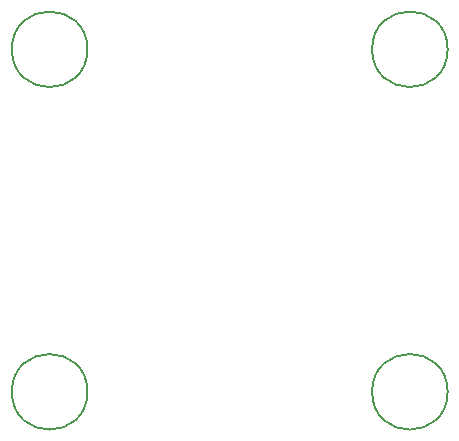
<source format=gbr>
%TF.GenerationSoftware,KiCad,Pcbnew,8.0.2*%
%TF.CreationDate,2024-12-24T23:51:17+01:00*%
%TF.ProjectId,keerlusRelais,6b656572-6c75-4735-9265-6c6169732e6b,rev?*%
%TF.SameCoordinates,Original*%
%TF.FileFunction,Other,Comment*%
%FSLAX46Y46*%
G04 Gerber Fmt 4.6, Leading zero omitted, Abs format (unit mm)*
G04 Created by KiCad (PCBNEW 8.0.2) date 2024-12-24 23:51:17*
%MOMM*%
%LPD*%
G01*
G04 APERTURE LIST*
%ADD10C,0.150000*%
G04 APERTURE END LIST*
D10*
%TO.C,REF\u002A\u002A*%
X147200000Y-46000000D02*
G75*
G02*
X140800000Y-46000000I-3200000J0D01*
G01*
X140800000Y-46000000D02*
G75*
G02*
X147200000Y-46000000I3200000J0D01*
G01*
X177700000Y-75000000D02*
G75*
G02*
X171300000Y-75000000I-3200000J0D01*
G01*
X171300000Y-75000000D02*
G75*
G02*
X177700000Y-75000000I3200000J0D01*
G01*
X177700000Y-46000000D02*
G75*
G02*
X171300000Y-46000000I-3200000J0D01*
G01*
X171300000Y-46000000D02*
G75*
G02*
X177700000Y-46000000I3200000J0D01*
G01*
X147200000Y-75000000D02*
G75*
G02*
X140800000Y-75000000I-3200000J0D01*
G01*
X140800000Y-75000000D02*
G75*
G02*
X147200000Y-75000000I3200000J0D01*
G01*
%TD*%
M02*

</source>
